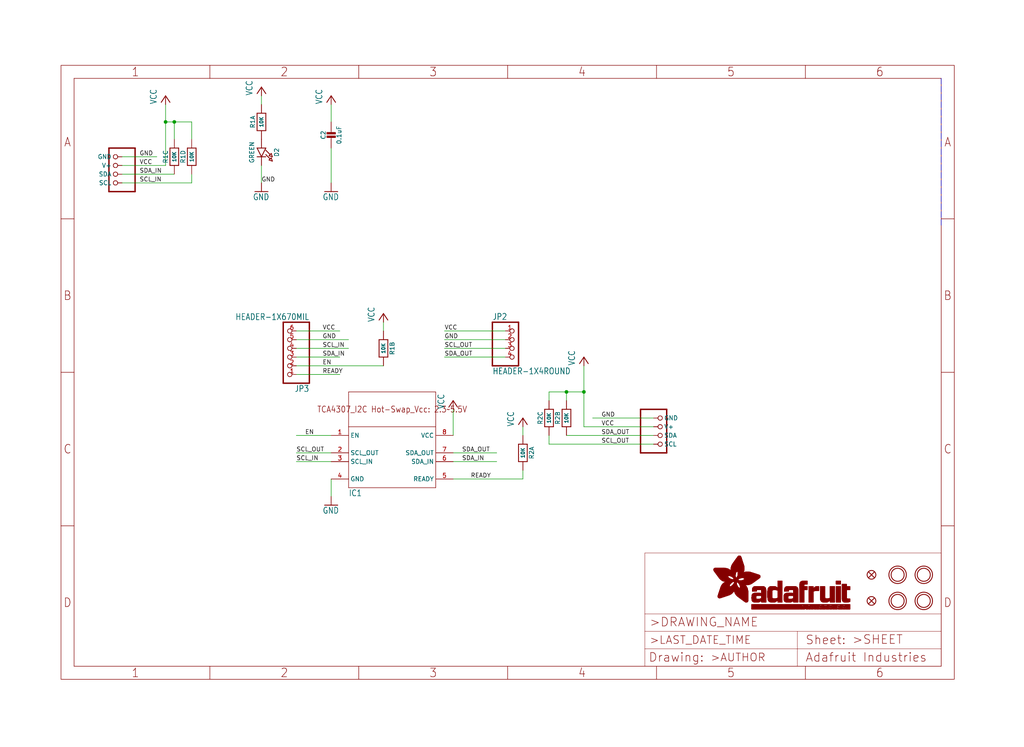
<source format=kicad_sch>
(kicad_sch (version 20211123) (generator eeschema)
  (paper "User" 298.45 217.881)
  (lib_symbols
    (symbol "eagleSchem-eagle-import:CAP_CERAMIC0603_NO"
      (property "Reference" "C" (at -2.29 1.25 90))
      (property "Value" "CAP_CERAMIC0603_NO" (at 2.3 1.25 90))
      (symbol "CAP_CERAMIC0603_NO_1_0"
        (pin passive line (at 0 5.08 270) (length 2.54) (name "1") (number "1"))
        (pin passive line (at 0 -2.54 90) (length 2.54) (name "2") (number "2"))
      )
    )
    (symbol "eagleSchem-eagle-import:FIDUCIAL_1MM")
    (symbol "eagleSchem-eagle-import:FRAME_A4_ADAFRUIT"
      (symbol "FRAME_A4_ADAFRUIT_0_0"
        (text "1" (at 21.6958 1.905 0) (effects (font (size 2.54 2.286))))
        (text "1" (at 21.6958 177.165 0) (effects (font (size 2.54 2.286))))
        (text "2" (at 65.0875 1.905 0) (effects (font (size 2.54 2.286))))
        (text "2" (at 65.0875 177.165 0) (effects (font (size 2.54 2.286))))
        (text "3" (at 108.4792 1.905 0) (effects (font (size 2.54 2.286))))
        (text "3" (at 108.4792 177.165 0) (effects (font (size 2.54 2.286))))
        (text "4" (at 151.8708 1.905 0) (effects (font (size 2.54 2.286))))
        (text "4" (at 151.8708 177.165 0) (effects (font (size 2.54 2.286))))
        (text "5" (at 195.2625 1.905 0) (effects (font (size 2.54 2.286))))
        (text "5" (at 195.2625 177.165 0) (effects (font (size 2.54 2.286))))
        (text "6" (at 238.6542 1.905 0) (effects (font (size 2.54 2.286))))
        (text "6" (at 238.6542 177.165 0) (effects (font (size 2.54 2.286))))
        (text "A" (at 1.905 156.6863 0) (effects (font (size 2.54 2.286))))
        (text "A" (at 258.445 156.6863 0) (effects (font (size 2.54 2.286))))
        (text "B" (at 1.905 111.9188 0) (effects (font (size 2.54 2.286))))
        (text "B" (at 258.445 111.9188 0) (effects (font (size 2.54 2.286))))
        (text "C" (at 1.905 67.1513 0) (effects (font (size 2.54 2.286))))
        (text "C" (at 258.445 67.1513 0) (effects (font (size 2.54 2.286))))
        (text "D" (at 1.905 22.3838 0) (effects (font (size 2.54 2.286))))
        (text "D" (at 258.445 22.3838 0) (effects (font (size 2.54 2.286))))
      )
      (symbol "FRAME_A4_ADAFRUIT_1_0"
        (text ">AUTHOR" (at 189.23 5.08 0) (effects (font (size 2.286 2.286)) (justify left bottom)))
        (text ">DRAWING_NAME" (at 171.45 15.24 0) (effects (font (size 2.54 2.54)) (justify left bottom)))
        (text ">LAST_DATE_TIME" (at 171.45 10.16 0) (effects (font (size 2.286 2.286)) (justify left bottom)))
        (text ">SHEET" (at 230.505 10.16 0) (effects (font (size 2.54 2.54)) (justify left bottom)))
        (text "Adafruit Industries" (at 216.916 4.953 0) (effects (font (size 2.54 2.54)) (justify left bottom)))
        (text "Drawing:" (at 171.196 4.953 0) (effects (font (size 2.54 2.54)) (justify left bottom)))
        (text "Sheet:" (at 216.916 10.033 0) (effects (font (size 2.54 2.54)) (justify left bottom)))
      )
    )
    (symbol "eagleSchem-eagle-import:GND" (power)
      (property "Value" "GND" (at -2.54 -2.54 0))
      (symbol "GND_1_0"
        (pin power_in line (at 0 2.54 270) (length 2.54) (name "GND") (number "1"))
      )
    )
    (symbol "eagleSchem-eagle-import:HEADER-1X4ROUND"
      (property "Reference" "JP" (at -6.35 8.255 0))
      (property "Value" "HEADER-1X4ROUND" (at -6.35 -7.62 0))
      (symbol "HEADER-1X4ROUND_1_0"
        (pin passive inverted (at -2.54 5.08 0) (length 2.54) (name "1") (number "1"))
        (pin passive inverted (at -2.54 2.54 0) (length 2.54) (name "2") (number "2"))
        (pin passive inverted (at -2.54 0 0) (length 2.54) (name "3") (number "3"))
        (pin passive inverted (at -2.54 -2.54 0) (length 2.54) (name "4") (number "4"))
      )
    )
    (symbol "eagleSchem-eagle-import:HEADER-1X670MIL"
      (property "Reference" "JP" (at -6.35 10.795 0))
      (property "Value" "HEADER-1X670MIL" (at -6.35 -10.16 0))
      (symbol "HEADER-1X670MIL_1_0"
        (pin passive inverted (at -2.54 7.62 0) (length 2.54) (name "1") (number "1"))
        (pin passive inverted (at -2.54 5.08 0) (length 2.54) (name "2") (number "2"))
        (pin passive inverted (at -2.54 2.54 0) (length 2.54) (name "3") (number "3"))
        (pin passive inverted (at -2.54 0 0) (length 2.54) (name "4") (number "4"))
        (pin passive inverted (at -2.54 -2.54 0) (length 2.54) (name "5") (number "5"))
        (pin passive inverted (at -2.54 -5.08 0) (length 2.54) (name "6") (number "6"))
      )
    )
    (symbol "eagleSchem-eagle-import:LED0603_NOOUTLINE"
      (property "Reference" "D" (at -1.27 4.445 0))
      (property "Value" "LED0603_NOOUTLINE" (at -1.27 -2.794 0))
      (symbol "LED0603_NOOUTLINE_1_0"
        (pin passive line (at -5.08 0 0) (length 2.54) (name "A") (number "A"))
        (pin passive line (at 2.54 0 180) (length 2.54) (name "C") (number "C"))
      )
    )
    (symbol "eagleSchem-eagle-import:MOUNTINGHOLE2.5")
    (symbol "eagleSchem-eagle-import:RESISTOR_4PACK"
      (property "Reference" "R" (at 0 2.54 0))
      (property "Value" "RESISTOR_4PACK" (at 0 0 0))
      (symbol "RESISTOR_4PACK_1_0"
        (pin passive line (at -5.08 0 0) (length 2.54) (name "1") (number "1"))
        (pin passive line (at 5.08 0 180) (length 2.54) (name "2") (number "8"))
      )
      (symbol "RESISTOR_4PACK_2_0"
        (pin passive line (at -5.08 0 0) (length 2.54) (name "1") (number "2"))
        (pin passive line (at 5.08 0 180) (length 2.54) (name "2") (number "7"))
      )
      (symbol "RESISTOR_4PACK_3_0"
        (pin passive line (at -5.08 0 0) (length 2.54) (name "1") (number "3"))
        (pin passive line (at 5.08 0 180) (length 2.54) (name "2") (number "6"))
      )
      (symbol "RESISTOR_4PACK_4_0"
        (pin passive line (at -5.08 0 0) (length 2.54) (name "1") (number "4"))
        (pin passive line (at 5.08 0 180) (length 2.54) (name "2") (number "5"))
      )
    )
    (symbol "eagleSchem-eagle-import:STEMMA_I2C_QT"
      (symbol "STEMMA_I2C_QT_1_0"
        (pin passive inverted (at 0 5.08 0) (length 2.54) (name "GND") (number "1"))
        (pin passive inverted (at 0 2.54 0) (length 2.54) (name "V+") (number "2"))
        (pin passive inverted (at 0 0 0) (length 2.54) (name "SDA") (number "3"))
        (pin passive inverted (at 0 -2.54 0) (length 2.54) (name "SCL") (number "4"))
      )
      (symbol "STEMMA_I2C_QT_2_0"
        (pin bidirectional line (at 0 0 0) (length 5.08) (name "MT") (number "MT1"))
      )
      (symbol "STEMMA_I2C_QT_3_0"
        (pin bidirectional line (at 0 0 0) (length 5.08) (name "MT") (number "MT2"))
      )
    )
    (symbol "eagleSchem-eagle-import:TCA4307"
      (property "Reference" "IC" (at -12.7 -12.7 0))
      (symbol "TCA4307_1_0"
        (text "TCA4307_I2C Hot-Swap_Vcc: 2.3~5.5V" (at 0 12.7 0) (effects (font (size 1.778 1.5113))))
        (pin bidirectional line (at -17.78 5.08 0) (length 5.08) (name "EN") (number "1"))
        (pin bidirectional line (at -17.78 0 0) (length 5.08) (name "SCL_OUT") (number "2"))
        (pin bidirectional line (at -17.78 -2.54 0) (length 5.08) (name "SCL_IN") (number "3"))
        (pin bidirectional line (at -17.78 -7.62 0) (length 5.08) (name "GND") (number "4"))
        (pin bidirectional line (at 17.78 -7.62 180) (length 5.08) (name "READY") (number "5"))
        (pin bidirectional line (at 17.78 -2.54 180) (length 5.08) (name "SDA_IN") (number "6"))
        (pin bidirectional line (at 17.78 0 180) (length 5.08) (name "SDA_OUT") (number "7"))
        (pin bidirectional line (at 17.78 5.08 180) (length 5.08) (name "VCC") (number "8"))
      )
    )
    (symbol "eagleSchem-eagle-import:VCC" (power)
      (property "Value" "VCC" (at -2.54 -2.54 90))
      (symbol "VCC_1_0"
        (pin power_in line (at 0 -2.54 90) (length 2.54) (name "VCC") (number "1"))
      )
    )
  )
  (junction (at 50.8 35.56))
  (junction (at 165.1 114.3))
  (junction (at 170.18 114.3))
  (junction (at 48.26 35.56))
  (wire (pts (xy 152.4 127) (xy 152.4 124.46)))
  (wire (pts (xy 165.1 127) (xy 190.5 127)))
  (wire (pts (xy 172.72 121.92) (xy 190.5 121.92)))
  (wire (pts (xy 48.26 48.26) (xy 48.26 35.56)))
  (wire (pts (xy 96.52 30.48) (xy 96.52 35.56)))
  (wire (pts (xy 50.8 35.56) (xy 55.88 35.56)))
  (wire (pts (xy 86.36 101.6) (xy 101.6 101.6)))
  (wire (pts (xy 86.36 109.22) (xy 99.06 109.22)))
  (wire (pts (xy 96.52 132.08) (xy 86.36 132.08)))
  (polyline (pts (xy 274.32 22.86) (xy 274.32 66.04)))
  (wire (pts (xy 55.88 35.56) (xy 55.88 40.64)))
  (wire (pts (xy 160.02 114.3) (xy 160.02 116.84)))
  (wire (pts (xy 160.02 127) (xy 160.02 129.54)))
  (wire (pts (xy 48.26 30.48) (xy 48.26 35.56)))
  (wire (pts (xy 190.5 124.46) (xy 170.18 124.46)))
  (wire (pts (xy 86.36 106.68) (xy 111.76 106.68)))
  (wire (pts (xy 129.54 104.14) (xy 147.32 104.14)))
  (wire (pts (xy 144.78 132.08) (xy 132.08 132.08)))
  (wire (pts (xy 86.36 134.62) (xy 96.52 134.62)))
  (wire (pts (xy 170.18 124.46) (xy 170.18 114.3)))
  (wire (pts (xy 132.08 134.62) (xy 144.78 134.62)))
  (wire (pts (xy 35.56 50.8) (xy 50.8 50.8)))
  (wire (pts (xy 170.18 106.68) (xy 170.18 114.3)))
  (wire (pts (xy 165.1 114.3) (xy 160.02 114.3)))
  (wire (pts (xy 129.54 101.6) (xy 147.32 101.6)))
  (wire (pts (xy 170.18 114.3) (xy 165.1 114.3)))
  (wire (pts (xy 165.1 114.3) (xy 165.1 116.84)))
  (wire (pts (xy 35.56 45.72) (xy 45.72 45.72)))
  (wire (pts (xy 76.2 48.26) (xy 76.2 53.34)))
  (wire (pts (xy 35.56 48.26) (xy 48.26 48.26)))
  (wire (pts (xy 86.36 104.14) (xy 99.06 104.14)))
  (wire (pts (xy 96.52 53.34) (xy 96.52 43.18)))
  (wire (pts (xy 147.32 96.52) (xy 129.54 96.52)))
  (wire (pts (xy 147.32 99.06) (xy 129.54 99.06)))
  (wire (pts (xy 132.08 127) (xy 132.08 119.38)))
  (wire (pts (xy 50.8 40.64) (xy 50.8 35.56)))
  (wire (pts (xy 152.4 139.7) (xy 152.4 137.16)))
  (wire (pts (xy 35.56 53.34) (xy 55.88 53.34)))
  (wire (pts (xy 86.36 99.06) (xy 101.6 99.06)))
  (wire (pts (xy 86.36 96.52) (xy 99.06 96.52)))
  (wire (pts (xy 76.2 27.94) (xy 76.2 30.48)))
  (wire (pts (xy 111.76 93.98) (xy 111.76 96.52)))
  (wire (pts (xy 96.52 139.7) (xy 96.52 144.78)))
  (wire (pts (xy 132.08 139.7) (xy 152.4 139.7)))
  (wire (pts (xy 190.5 129.54) (xy 160.02 129.54)))
  (wire (pts (xy 48.26 35.56) (xy 50.8 35.56)))
  (wire (pts (xy 96.52 127) (xy 86.36 127)))
  (wire (pts (xy 55.88 53.34) (xy 55.88 50.8)))
  (label "EN" (at 88.9 127 0) (effects (font (size 1.2446 1.2446))))
  (label "SCL_IN" (at 40.64 53.34 0) (effects (font (size 1.2446 1.2446))))
  (label "SDA_OUT" (at 175.26 127 0) (effects (font (size 1.2446 1.2446))))
  (label "READY" (at 137.16 139.7 0) (effects (font (size 1.2446 1.2446))))
  (label "SCL_OUT" (at 175.26 129.54 0) (effects (font (size 1.2446 1.2446))))
  (label "VCC" (at 93.98 96.52 0) (effects (font (size 1.2446 1.2446))))
  (label "VCC" (at 40.64 48.26 0) (effects (font (size 1.2446 1.2446))))
  (label "SDA_IN" (at 93.98 104.14 0) (effects (font (size 1.2446 1.2446))))
  (label "GND" (at 129.54 99.06 0) (effects (font (size 1.2446 1.2446))))
  (label "VCC" (at 129.54 96.52 0) (effects (font (size 1.2446 1.2446))))
  (label "SCL_IN" (at 86.36 134.62 0) (effects (font (size 1.2446 1.2446))))
  (label "SDA_IN" (at 40.64 50.8 0) (effects (font (size 1.2446 1.2446))))
  (label "GND" (at 175.26 121.92 0) (effects (font (size 1.2446 1.2446))))
  (label "GND" (at 76.2 53.34 0) (effects (font (size 1.2446 1.2446))))
  (label "SCL_IN" (at 93.98 101.6 0) (effects (font (size 1.2446 1.2446))))
  (label "SCL_OUT" (at 86.36 132.08 0) (effects (font (size 1.2446 1.2446))))
  (label "VCC" (at 175.26 124.46 0) (effects (font (size 1.2446 1.2446))))
  (label "GND" (at 40.64 45.72 0) (effects (font (size 1.2446 1.2446))))
  (label "SDA_OUT" (at 129.54 104.14 0) (effects (font (size 1.2446 1.2446))))
  (label "READY" (at 93.98 109.22 0) (effects (font (size 1.2446 1.2446))))
  (label "EN" (at 93.98 106.68 0) (effects (font (size 1.2446 1.2446))))
  (label "GND" (at 93.98 99.06 0) (effects (font (size 1.2446 1.2446))))
  (label "SCL_OUT" (at 129.54 101.6 0) (effects (font (size 1.2446 1.2446))))
  (label "SDA_OUT" (at 134.62 132.08 0) (effects (font (size 1.2446 1.2446))))
  (label "SDA_IN" (at 134.62 134.62 0) (effects (font (size 1.2446 1.2446))))
  (symbol (lib_id "eagleSchem-eagle-import:RESISTOR_4PACK") (at 165.1 121.92 90) (unit 2)
    (property "Reference" "R2" (at 162.56 121.92 0))
    (property "Value" "10K" (at 165.1 121.92 0) (effects (font (size 1.016 1.016) bold)))
    (property "Footprint" "eagleSchem:RESPACK_4X0603" (effects hide))
  )
  (symbol (lib_id "eagleSchem-eagle-import:RESISTOR_4PACK") (at 76.2 35.56 90) (unit 1)
    (property "Reference" "R1" (at 73.66 35.56 0))
    (property "Value" "10K" (at 76.2 35.56 0) (effects (font (size 1.016 1.016) bold)))
    (property "Footprint" "eagleSchem:RESPACK_4X0603" (effects hide))
  )
  (symbol (lib_id "eagleSchem-eagle-import:GND") (at 76.2 55.88 0) (unit 1)
    (property "Reference" "#GND1" (effects hide))
    (property "Value" "GND" (at 73.66 58.42 0) (effects (font (size 1.778 1.5113)) (justify left bottom)))
    (property "Footprint" "eagleSchem:" (effects hide))
  )
  (symbol (lib_id "eagleSchem-eagle-import:VCC") (at 76.2 25.4 0) (unit 1)
    (property "Reference" "#P+1" (effects hide))
    (property "Value" "VCC" (at 73.66 27.94 90) (effects (font (size 1.778 1.5113)) (justify left bottom)))
    (property "Footprint" "eagleSchem:" (effects hide))
  )
  (symbol (lib_id "eagleSchem-eagle-import:VCC") (at 48.26 27.94 0) (unit 1)
    (property "Reference" "#P+2" (effects hide))
    (property "Value" "VCC" (at 45.72 30.48 90) (effects (font (size 1.778 1.5113)) (justify left bottom)))
    (property "Footprint" "eagleSchem:" (effects hide))
  )
  (symbol (lib_id "eagleSchem-eagle-import:RESISTOR_4PACK") (at 55.88 45.72 90) (unit 4)
    (property "Reference" "R1" (at 53.34 45.72 0))
    (property "Value" "10K" (at 55.88 45.72 0) (effects (font (size 1.016 1.016) bold)))
    (property "Footprint" "eagleSchem:RESPACK_4X0603" (effects hide))
  )
  (symbol (lib_id "eagleSchem-eagle-import:GND") (at 96.52 55.88 0) (unit 1)
    (property "Reference" "#GND2" (effects hide))
    (property "Value" "GND" (at 93.98 58.42 0) (effects (font (size 1.778 1.5113)) (justify left bottom)))
    (property "Footprint" "eagleSchem:" (effects hide))
  )
  (symbol (lib_id "eagleSchem-eagle-import:VCC") (at 152.4 121.92 0) (unit 1)
    (property "Reference" "#P+7" (effects hide))
    (property "Value" "VCC" (at 149.86 124.46 90) (effects (font (size 1.778 1.5113)) (justify left bottom)))
    (property "Footprint" "eagleSchem:" (effects hide))
  )
  (symbol (lib_id "eagleSchem-eagle-import:STEMMA_I2C_QT") (at 35.56 50.8 0) (mirror y) (unit 1)
    (property "Reference" "CONN3" (effects hide))
    (property "Value" "STEMMA_I2C_QT" (effects hide))
    (property "Footprint" "eagleSchem:JST_SH4" (effects hide))
  )
  (symbol (lib_id "eagleSchem-eagle-import:TCA4307") (at 114.3 132.08 0) (unit 1)
    (property "Reference" "IC1" (at 101.6 144.78 0) (effects (font (size 1.778 1.5113)) (justify left bottom)))
    (property "Value" "TCA4307" (effects hide))
    (property "Footprint" "eagleSchem:TSSOP8" (effects hide))
  )
  (symbol (lib_id "eagleSchem-eagle-import:STEMMA_I2C_QT") (at 190.5 127 0) (unit 1)
    (property "Reference" "CONN4" (effects hide))
    (property "Value" "STEMMA_I2C_QT" (effects hide))
    (property "Footprint" "eagleSchem:JST_SH4" (effects hide))
  )
  (symbol (lib_id "eagleSchem-eagle-import:MOUNTINGHOLE2.5") (at 269.24 167.64 0) (unit 1)
    (property "Reference" "U$19" (effects hide))
    (property "Value" "MOUNTINGHOLE2.5" (effects hide))
    (property "Footprint" "eagleSchem:MOUNTINGHOLE_2.5_PLATED" (effects hide))
  )
  (symbol (lib_id "eagleSchem-eagle-import:VCC") (at 170.18 104.14 0) (unit 1)
    (property "Reference" "#P+4" (effects hide))
    (property "Value" "VCC" (at 167.64 106.68 90) (effects (font (size 1.778 1.5113)) (justify left bottom)))
    (property "Footprint" "eagleSchem:" (effects hide))
  )
  (symbol (lib_id "eagleSchem-eagle-import:RESISTOR_4PACK") (at 111.76 101.6 270) (unit 2)
    (property "Reference" "R1" (at 114.3 101.6 0))
    (property "Value" "10K" (at 111.76 101.6 0) (effects (font (size 1.016 1.016) bold)))
    (property "Footprint" "eagleSchem:RESPACK_4X0603" (effects hide))
  )
  (symbol (lib_id "eagleSchem-eagle-import:RESISTOR_4PACK") (at 152.4 132.08 270) (unit 1)
    (property "Reference" "R2" (at 154.94 132.08 0))
    (property "Value" "10K" (at 152.4 132.08 0) (effects (font (size 1.016 1.016) bold)))
    (property "Footprint" "eagleSchem:RESPACK_4X0603" (effects hide))
  )
  (symbol (lib_id "eagleSchem-eagle-import:VCC") (at 132.08 116.84 0) (unit 1)
    (property "Reference" "#P+5" (effects hide))
    (property "Value" "VCC" (at 129.54 119.38 90) (effects (font (size 1.778 1.5113)) (justify left bottom)))
    (property "Footprint" "eagleSchem:" (effects hide))
  )
  (symbol (lib_id "eagleSchem-eagle-import:HEADER-1X4ROUND") (at 149.86 101.6 0) (unit 1)
    (property "Reference" "JP2" (at 143.51 93.345 0) (effects (font (size 1.778 1.5113)) (justify left bottom)))
    (property "Value" "HEADER-1X4ROUND" (at 143.51 109.22 0) (effects (font (size 1.778 1.5113)) (justify left bottom)))
    (property "Footprint" "eagleSchem:1X04_ROUND" (effects hide))
  )
  (symbol (lib_id "eagleSchem-eagle-import:RESISTOR_4PACK") (at 50.8 45.72 90) (unit 3)
    (property "Reference" "R1" (at 48.26 45.72 0))
    (property "Value" "10K" (at 50.8 45.72 0) (effects (font (size 1.016 1.016) bold)))
    (property "Footprint" "eagleSchem:RESPACK_4X0603" (effects hide))
  )
  (symbol (lib_id "eagleSchem-eagle-import:GND") (at 96.52 147.32 0) (unit 1)
    (property "Reference" "#GND3" (effects hide))
    (property "Value" "GND" (at 93.98 149.86 0) (effects (font (size 1.778 1.5113)) (justify left bottom)))
    (property "Footprint" "eagleSchem:" (effects hide))
  )
  (symbol (lib_id "eagleSchem-eagle-import:FRAME_A4_ADAFRUIT") (at 17.78 198.12 0) (unit 1)
    (property "Reference" "#U$18" (effects hide))
    (property "Value" "FRAME_A4_ADAFRUIT" (effects hide))
    (property "Footprint" "eagleSchem:" (effects hide))
  )
  (symbol (lib_id "eagleSchem-eagle-import:VCC") (at 96.52 27.94 0) (unit 1)
    (property "Reference" "#P+3" (effects hide))
    (property "Value" "VCC" (at 93.98 30.48 90) (effects (font (size 1.778 1.5113)) (justify left bottom)))
    (property "Footprint" "eagleSchem:" (effects hide))
  )
  (symbol (lib_id "eagleSchem-eagle-import:HEADER-1X670MIL") (at 83.82 101.6 180) (unit 1)
    (property "Reference" "JP3" (at 90.17 112.395 0) (effects (font (size 1.778 1.5113)) (justify left bottom)))
    (property "Value" "HEADER-1X670MIL" (at 90.17 91.44 0) (effects (font (size 1.778 1.5113)) (justify left bottom)))
    (property "Footprint" "eagleSchem:1X06_ROUND_70" (effects hide))
  )
  (symbol (lib_id "eagleSchem-eagle-import:RESISTOR_4PACK") (at 160.02 121.92 90) (unit 3)
    (property "Reference" "R2" (at 157.48 121.92 0))
    (property "Value" "10K" (at 160.02 121.92 0) (effects (font (size 1.016 1.016) bold)))
    (property "Footprint" "eagleSchem:RESPACK_4X0603" (effects hide))
  )
  (symbol (lib_id "eagleSchem-eagle-import:VCC") (at 111.76 91.44 0) (unit 1)
    (property "Reference" "#P+6" (effects hide))
    (property "Value" "VCC" (at 109.22 93.98 90) (effects (font (size 1.778 1.5113)) (justify left bottom)))
    (property "Footprint" "eagleSchem:" (effects hide))
  )
  (symbol (lib_id "eagleSchem-eagle-import:LED0603_NOOUTLINE") (at 76.2 45.72 270) (unit 1)
    (property "Reference" "D2" (at 80.645 44.45 0))
    (property "Value" "GREEN" (at 73.406 44.45 0))
    (property "Footprint" "eagleSchem:CHIPLED_0603_NOOUTLINE" (effects hide))
  )
  (symbol (lib_id "eagleSchem-eagle-import:MOUNTINGHOLE2.5") (at 261.62 167.64 0) (unit 1)
    (property "Reference" "U$17" (effects hide))
    (property "Value" "MOUNTINGHOLE2.5" (effects hide))
    (property "Footprint" "eagleSchem:MOUNTINGHOLE_2.5_PLATED" (effects hide))
  )
  (symbol (lib_id "eagleSchem-eagle-import:FIDUCIAL_1MM") (at 254 175.26 0) (unit 1)
    (property "Reference" "FID3" (effects hide))
    (property "Value" "FIDUCIAL_1MM" (effects hide))
    (property "Footprint" "eagleSchem:FIDUCIAL_1MM" (effects hide))
  )
  (symbol (lib_id "eagleSchem-eagle-import:MOUNTINGHOLE2.5") (at 261.62 175.26 0) (unit 1)
    (property "Reference" "U$1" (effects hide))
    (property "Value" "MOUNTINGHOLE2.5" (effects hide))
    (property "Footprint" "eagleSchem:MOUNTINGHOLE_2.5_PLATED" (effects hide))
  )
  (symbol (lib_id "eagleSchem-eagle-import:FIDUCIAL_1MM") (at 254 167.64 0) (unit 1)
    (property "Reference" "FID4" (effects hide))
    (property "Value" "FIDUCIAL_1MM" (effects hide))
    (property "Footprint" "eagleSchem:FIDUCIAL_1MM" (effects hide))
  )
  (symbol (lib_id "eagleSchem-eagle-import:MOUNTINGHOLE2.5") (at 269.24 175.26 0) (unit 1)
    (property "Reference" "U$21" (effects hide))
    (property "Value" "MOUNTINGHOLE2.5" (effects hide))
    (property "Footprint" "eagleSchem:MOUNTINGHOLE_2.5_PLATED" (effects hide))
  )
  (symbol (lib_id "eagleSchem-eagle-import:CAP_CERAMIC0603_NO") (at 96.52 40.64 0) (unit 1)
    (property "Reference" "C2" (at 94.23 39.39 90))
    (property "Value" "0.1uF" (at 98.82 39.39 90))
    (property "Footprint" "eagleSchem:0603-NO" (effects hide))
  )
)
</source>
